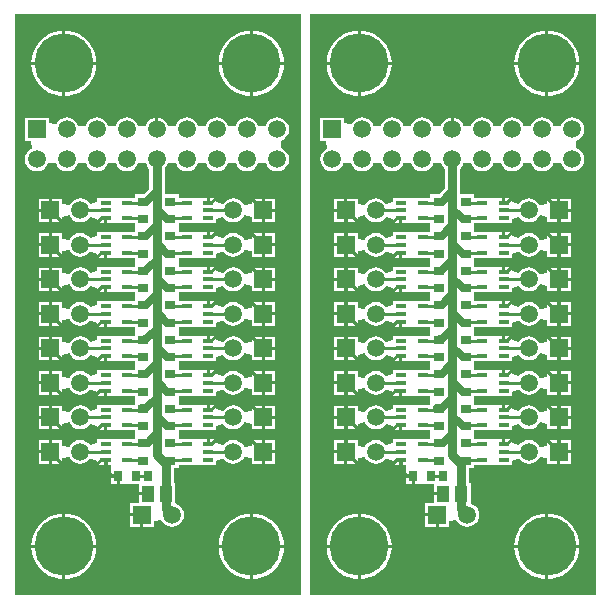
<source format=gtl>
%FSLAX24Y24*%
%MOIN*%
G70*
G01*
G75*
G04 Layer_Physical_Order=1*
G04 Layer_Color=255*
%ADD10R,0.0433X0.0551*%
%ADD11R,0.0354X0.0276*%
%ADD12R,0.0335X0.0138*%
%ADD13R,0.0276X0.0354*%
%ADD14C,0.0100*%
%ADD15C,0.0300*%
%ADD16C,0.0250*%
%ADD17R,0.0591X0.0591*%
%ADD18C,0.0591*%
%ADD19C,0.1969*%
G36*
X29584Y30416D02*
X20046D01*
Y49797D01*
X29584D01*
Y30416D01*
D02*
G37*
G36*
X19740D02*
X10203D01*
Y49797D01*
X19740D01*
Y30416D01*
D02*
G37*
%LPC*%
G36*
X18895Y36745D02*
X18550D01*
Y36400D01*
X18895D01*
Y36745D01*
D02*
G37*
G36*
X11350D02*
X11005D01*
Y36400D01*
X11350D01*
Y36745D01*
D02*
G37*
G36*
X28739Y36300D02*
X28393D01*
Y35955D01*
X28739D01*
Y36300D01*
D02*
G37*
G36*
X11350Y37450D02*
X11005D01*
Y37105D01*
X11350D01*
Y37450D01*
D02*
G37*
G36*
X28739Y36745D02*
X28393D01*
Y36400D01*
X28739D01*
Y36745D01*
D02*
G37*
G36*
X21193D02*
X20848D01*
Y36400D01*
X21193D01*
Y36745D01*
D02*
G37*
G36*
X28739Y35595D02*
X28393D01*
Y35250D01*
X28739D01*
Y35595D01*
D02*
G37*
G36*
X21193D02*
X20848D01*
Y35250D01*
X21193D01*
Y35595D01*
D02*
G37*
G36*
X18895D02*
X18550D01*
Y35250D01*
X18895D01*
Y35595D01*
D02*
G37*
G36*
X21193Y36300D02*
X20848D01*
Y35955D01*
X21193D01*
Y36300D01*
D02*
G37*
G36*
X18895D02*
X18550D01*
Y35955D01*
X18895D01*
Y36300D01*
D02*
G37*
G36*
X11350D02*
X11005D01*
Y35955D01*
X11350D01*
Y36300D01*
D02*
G37*
G36*
X18895Y37450D02*
X18550D01*
Y37105D01*
X18895D01*
Y37450D01*
D02*
G37*
G36*
X21193Y38600D02*
X20848D01*
Y38255D01*
X21193D01*
Y38600D01*
D02*
G37*
G36*
X18895D02*
X18550D01*
Y38255D01*
X18895D01*
Y38600D01*
D02*
G37*
G36*
X11350D02*
X11005D01*
Y38255D01*
X11350D01*
Y38600D01*
D02*
G37*
G36*
X18895Y39045D02*
X18550D01*
Y38700D01*
X18895D01*
Y39045D01*
D02*
G37*
G36*
X11350D02*
X11005D01*
Y38700D01*
X11350D01*
Y39045D01*
D02*
G37*
G36*
X28739Y38600D02*
X28393D01*
Y38255D01*
X28739D01*
Y38600D01*
D02*
G37*
G36*
X11350Y37895D02*
X11005D01*
Y37550D01*
X11350D01*
Y37895D01*
D02*
G37*
G36*
X28739Y37450D02*
X28393D01*
Y37105D01*
X28739D01*
Y37450D01*
D02*
G37*
G36*
X21193D02*
X20848D01*
Y37105D01*
X21193D01*
Y37450D01*
D02*
G37*
G36*
X28739Y37895D02*
X28393D01*
Y37550D01*
X28739D01*
Y37895D01*
D02*
G37*
G36*
X21193D02*
X20848D01*
Y37550D01*
X21193D01*
Y37895D01*
D02*
G37*
G36*
X18895D02*
X18550D01*
Y37550D01*
X18895D01*
Y37895D01*
D02*
G37*
G36*
X11800Y33134D02*
X11680Y33124D01*
X11514Y33084D01*
X11356Y33019D01*
X11211Y32930D01*
X11081Y32819D01*
X10970Y32689D01*
X10881Y32544D01*
X10816Y32386D01*
X10776Y32220D01*
X10766Y32100D01*
X11800D01*
Y33134D01*
D02*
G37*
G36*
X29027Y32000D02*
X27993D01*
Y30966D01*
X28113Y30976D01*
X28279Y31016D01*
X28437Y31081D01*
X28583Y31170D01*
X28712Y31281D01*
X28823Y31411D01*
X28912Y31556D01*
X28978Y31714D01*
X29018Y31880D01*
X29027Y32000D01*
D02*
G37*
G36*
X27893D02*
X26860D01*
X26869Y31880D01*
X26909Y31714D01*
X26974Y31556D01*
X27063Y31411D01*
X27174Y31281D01*
X27304Y31170D01*
X27450Y31081D01*
X27607Y31016D01*
X27773Y30976D01*
X27893Y30966D01*
Y32000D01*
D02*
G37*
G36*
X18150Y33134D02*
Y32100D01*
X19184D01*
X19174Y32220D01*
X19134Y32386D01*
X19069Y32544D01*
X18980Y32689D01*
X18869Y32819D01*
X18739Y32930D01*
X18594Y33019D01*
X18436Y33084D01*
X18270Y33124D01*
X18150Y33134D01*
D02*
G37*
G36*
X18050D02*
X17930Y33124D01*
X17764Y33084D01*
X17606Y33019D01*
X17461Y32930D01*
X17331Y32819D01*
X17220Y32689D01*
X17131Y32544D01*
X17066Y32386D01*
X17026Y32220D01*
X17016Y32100D01*
X18050D01*
Y33134D01*
D02*
G37*
G36*
X11900D02*
Y32100D01*
X12934D01*
X12924Y32220D01*
X12884Y32386D01*
X12819Y32544D01*
X12730Y32689D01*
X12619Y32819D01*
X12489Y32930D01*
X12344Y33019D01*
X12186Y33084D01*
X12020Y33124D01*
X11900Y33134D01*
D02*
G37*
G36*
X18050Y32000D02*
X17016D01*
X17026Y31880D01*
X17066Y31714D01*
X17131Y31556D01*
X17220Y31411D01*
X17331Y31281D01*
X17461Y31170D01*
X17606Y31081D01*
X17764Y31016D01*
X17930Y30976D01*
X18050Y30966D01*
Y32000D01*
D02*
G37*
G36*
X12934D02*
X11900D01*
Y30966D01*
X12020Y30976D01*
X12186Y31016D01*
X12344Y31081D01*
X12489Y31170D01*
X12619Y31281D01*
X12730Y31411D01*
X12819Y31556D01*
X12884Y31714D01*
X12924Y31880D01*
X12934Y32000D01*
D02*
G37*
G36*
X11800D02*
X10766D01*
X10776Y31880D01*
X10816Y31714D01*
X10881Y31556D01*
X10970Y31411D01*
X11081Y31281D01*
X11211Y31170D01*
X11356Y31081D01*
X11514Y31016D01*
X11680Y30976D01*
X11800Y30966D01*
Y32000D01*
D02*
G37*
G36*
X22777D02*
X21743D01*
Y30966D01*
X21863Y30976D01*
X22029Y31016D01*
X22187Y31081D01*
X22333Y31170D01*
X22462Y31281D01*
X22573Y31411D01*
X22662Y31556D01*
X22728Y31714D01*
X22768Y31880D01*
X22777Y32000D01*
D02*
G37*
G36*
X21643D02*
X20610D01*
X20619Y31880D01*
X20659Y31714D01*
X20724Y31556D01*
X20813Y31411D01*
X20924Y31281D01*
X21054Y31170D01*
X21200Y31081D01*
X21357Y31016D01*
X21523Y30976D01*
X21643Y30966D01*
Y32000D01*
D02*
G37*
G36*
X19184D02*
X18150D01*
Y30966D01*
X18270Y30976D01*
X18436Y31016D01*
X18594Y31081D01*
X18739Y31170D01*
X18869Y31281D01*
X18980Y31411D01*
X19069Y31556D01*
X19134Y31714D01*
X19174Y31880D01*
X19184Y32000D01*
D02*
G37*
G36*
X21643Y33134D02*
X21523Y33124D01*
X21357Y33084D01*
X21200Y33019D01*
X21054Y32930D01*
X20924Y32819D01*
X20813Y32689D01*
X20724Y32544D01*
X20659Y32386D01*
X20619Y32220D01*
X20610Y32100D01*
X21643D01*
Y33134D01*
D02*
G37*
G36*
X18895Y35150D02*
X18550D01*
Y34805D01*
X18895D01*
Y35150D01*
D02*
G37*
G36*
X11350D02*
X11005D01*
Y34805D01*
X11350D01*
Y35150D01*
D02*
G37*
G36*
X23448Y34350D02*
X23260D01*
Y34123D01*
X23448D01*
Y34350D01*
D02*
G37*
G36*
X11350Y35595D02*
X11005D01*
Y35250D01*
X11350D01*
Y35595D01*
D02*
G37*
G36*
X28739Y35150D02*
X28393D01*
Y34805D01*
X28739D01*
Y35150D01*
D02*
G37*
G36*
X21193D02*
X20848D01*
Y34805D01*
X21193D01*
Y35150D01*
D02*
G37*
G36*
X27993Y33134D02*
Y32100D01*
X29027D01*
X29018Y32220D01*
X28978Y32386D01*
X28912Y32544D01*
X28823Y32689D01*
X28712Y32819D01*
X28583Y32930D01*
X28437Y33019D01*
X28279Y33084D01*
X28113Y33124D01*
X27993Y33134D01*
D02*
G37*
G36*
X27893D02*
X27773Y33124D01*
X27607Y33084D01*
X27450Y33019D01*
X27304Y32930D01*
X27174Y32819D01*
X27063Y32689D01*
X26974Y32544D01*
X26909Y32386D01*
X26869Y32220D01*
X26860Y32100D01*
X27893D01*
Y33134D01*
D02*
G37*
G36*
X21743D02*
Y32100D01*
X22777D01*
X22768Y32220D01*
X22728Y32386D01*
X22662Y32544D01*
X22573Y32689D01*
X22462Y32819D01*
X22333Y32930D01*
X22187Y33019D01*
X22029Y33084D01*
X21863Y33124D01*
X21743Y33134D01*
D02*
G37*
G36*
X13605Y34350D02*
X13417D01*
Y34123D01*
X13605D01*
Y34350D01*
D02*
G37*
G36*
X24243Y33050D02*
X23898D01*
Y32705D01*
X24243D01*
Y33050D01*
D02*
G37*
G36*
X14400D02*
X14055D01*
Y32705D01*
X14400D01*
Y33050D01*
D02*
G37*
G36*
X28793Y46349D02*
X28690Y46335D01*
X28594Y46295D01*
X28511Y46232D01*
X28448Y46149D01*
X28418Y46078D01*
X28168D01*
X28139Y46149D01*
X28075Y46232D01*
X27993Y46295D01*
X27896Y46335D01*
X27793Y46349D01*
X27690Y46335D01*
X27594Y46295D01*
X27511Y46232D01*
X27448Y46149D01*
X27418Y46078D01*
X27168D01*
X27139Y46149D01*
X27075Y46232D01*
X26993Y46295D01*
X26896Y46335D01*
X26793Y46349D01*
X26690Y46335D01*
X26594Y46295D01*
X26511Y46232D01*
X26448Y46149D01*
X26418Y46078D01*
X26168D01*
X26139Y46149D01*
X26075Y46232D01*
X25993Y46295D01*
X25896Y46335D01*
X25793Y46349D01*
X25690Y46335D01*
X25594Y46295D01*
X25511Y46232D01*
X25448Y46149D01*
X25418Y46078D01*
X25168D01*
X25139Y46149D01*
X25075Y46232D01*
X24993Y46295D01*
X24896Y46335D01*
X24843Y46342D01*
Y45950D01*
X24743D01*
Y46342D01*
X24690Y46335D01*
X24594Y46295D01*
X24511Y46232D01*
X24448Y46149D01*
X24418Y46078D01*
X24168D01*
X24139Y46149D01*
X24075Y46232D01*
X23993Y46295D01*
X23896Y46335D01*
X23793Y46349D01*
X23690Y46335D01*
X23594Y46295D01*
X23511Y46232D01*
X23448Y46149D01*
X23418Y46078D01*
X23168D01*
X23139Y46149D01*
X23075Y46232D01*
X22993Y46295D01*
X22896Y46335D01*
X22793Y46349D01*
X22690Y46335D01*
X22594Y46295D01*
X22511Y46232D01*
X22448Y46149D01*
X22418Y46078D01*
X22168D01*
X22139Y46149D01*
X22075Y46232D01*
X21993Y46295D01*
X21896Y46335D01*
X21793Y46349D01*
X21690Y46335D01*
X21594Y46295D01*
X21511Y46232D01*
X21448Y46149D01*
X21434Y46115D01*
X21189Y46164D01*
Y46345D01*
X20398D01*
Y45555D01*
X20580D01*
X20628Y45310D01*
X20594Y45295D01*
X20511Y45232D01*
X20448Y45149D01*
X20408Y45053D01*
X20395Y44950D01*
X20408Y44847D01*
X20448Y44751D01*
X20511Y44668D01*
X20594Y44605D01*
X20690Y44565D01*
X20793Y44551D01*
X20896Y44565D01*
X20993Y44605D01*
X21075Y44668D01*
X21139Y44751D01*
X21168Y44822D01*
X21418D01*
X21448Y44751D01*
X21511Y44668D01*
X21594Y44605D01*
X21690Y44565D01*
X21793Y44551D01*
X21896Y44565D01*
X21993Y44605D01*
X22075Y44668D01*
X22139Y44751D01*
X22168Y44822D01*
X22418D01*
X22448Y44751D01*
X22511Y44668D01*
X22594Y44605D01*
X22690Y44565D01*
X22793Y44551D01*
X22896Y44565D01*
X22993Y44605D01*
X23075Y44668D01*
X23139Y44751D01*
X23168Y44822D01*
X23418D01*
X23448Y44751D01*
X23511Y44668D01*
X23594Y44605D01*
X23690Y44565D01*
X23793Y44551D01*
X23896Y44565D01*
X23993Y44605D01*
X24075Y44668D01*
X24139Y44751D01*
X24168Y44822D01*
X24418D01*
X24448Y44751D01*
X24511Y44668D01*
X24538Y44647D01*
Y43970D01*
X24352Y43783D01*
X24066D01*
Y43675D01*
X23540D01*
D01*
D01*
X23540Y43675D01*
X23346D01*
Y43675D01*
X22812D01*
Y43547D01*
X22575Y43467D01*
X22525Y43532D01*
X22443Y43595D01*
X22346Y43635D01*
X22243Y43649D01*
X22140Y43635D01*
X22044Y43595D01*
X21961Y43532D01*
X21898Y43449D01*
X21884Y43415D01*
X21639Y43464D01*
Y43645D01*
X21293D01*
Y43250D01*
Y42855D01*
X21639D01*
Y43036D01*
X21884Y43085D01*
X21898Y43051D01*
X21961Y42968D01*
X22044Y42905D01*
X22140Y42865D01*
X22243Y42851D01*
X22346Y42865D01*
X22443Y42905D01*
X22525Y42968D01*
X22575Y43033D01*
X22812Y42953D01*
Y42825D01*
X23029D01*
Y42994D01*
X23129D01*
Y42825D01*
X23346D01*
Y42825D01*
X23346D01*
X23346Y42825D01*
X23540D01*
Y42825D01*
X24066D01*
X24066Y42717D01*
X24066D01*
X24066Y42633D01*
D01*
X24066Y42525D01*
X23540D01*
D01*
D01*
X23540Y42525D01*
X23346D01*
Y42525D01*
X22812D01*
Y42397D01*
X22575Y42317D01*
X22525Y42382D01*
X22443Y42445D01*
X22346Y42485D01*
X22243Y42499D01*
X22140Y42485D01*
X22044Y42445D01*
X21961Y42382D01*
X21898Y42299D01*
X21884Y42265D01*
X21639Y42314D01*
Y42495D01*
X21293D01*
Y42100D01*
Y41705D01*
X21639D01*
Y41886D01*
X21884Y41935D01*
X21898Y41901D01*
X21961Y41818D01*
X22044Y41755D01*
X22140Y41715D01*
X22243Y41701D01*
X22346Y41715D01*
X22443Y41755D01*
X22525Y41818D01*
X22575Y41883D01*
X22812Y41803D01*
Y41675D01*
X23029D01*
Y41844D01*
X23129D01*
Y41675D01*
X23346D01*
Y41675D01*
X23346D01*
X23346Y41675D01*
X23540D01*
Y41675D01*
X24066D01*
X24066Y41567D01*
X24066D01*
X24066Y41483D01*
D01*
X24066Y41375D01*
X23540D01*
D01*
D01*
X23540Y41375D01*
X23346D01*
Y41375D01*
X22812D01*
Y41247D01*
X22575Y41167D01*
X22525Y41232D01*
X22443Y41295D01*
X22346Y41335D01*
X22243Y41349D01*
X22140Y41335D01*
X22044Y41295D01*
X21961Y41232D01*
X21898Y41149D01*
X21884Y41115D01*
X21639Y41164D01*
Y41345D01*
X21293D01*
Y40950D01*
Y40555D01*
X21639D01*
Y40736D01*
X21884Y40785D01*
X21898Y40751D01*
X21961Y40668D01*
X22044Y40605D01*
X22140Y40565D01*
X22243Y40551D01*
X22346Y40565D01*
X22443Y40605D01*
X22525Y40668D01*
X22575Y40733D01*
X22812Y40653D01*
Y40525D01*
X23029D01*
Y40694D01*
X23129D01*
Y40525D01*
X23346D01*
Y40525D01*
X23346D01*
X23346Y40525D01*
X23540D01*
Y40525D01*
X24066D01*
X24066Y40417D01*
X24066D01*
X24066Y40333D01*
D01*
X24066Y40225D01*
X23540D01*
D01*
D01*
X23540Y40225D01*
X23346D01*
Y40225D01*
X22812D01*
Y40097D01*
X22575Y40017D01*
X22525Y40082D01*
X22443Y40145D01*
X22346Y40185D01*
X22243Y40199D01*
X22140Y40185D01*
X22044Y40145D01*
X21961Y40082D01*
X21898Y39999D01*
X21884Y39965D01*
X21639Y40014D01*
Y40195D01*
X21293D01*
Y39800D01*
Y39405D01*
X21639D01*
Y39586D01*
X21884Y39635D01*
X21898Y39601D01*
X21961Y39518D01*
X22044Y39455D01*
X22140Y39415D01*
X22243Y39401D01*
X22346Y39415D01*
X22443Y39455D01*
X22525Y39518D01*
X22575Y39583D01*
X22812Y39503D01*
Y39375D01*
X23029D01*
Y39544D01*
X23129D01*
Y39375D01*
X23346D01*
Y39375D01*
X23346D01*
X23346Y39375D01*
X23540D01*
Y39375D01*
X24066D01*
X24066Y39267D01*
X24066D01*
X24066Y39183D01*
D01*
X24066Y39075D01*
X23540D01*
D01*
D01*
X23540Y39075D01*
X23346D01*
Y39075D01*
X22812D01*
Y38947D01*
X22575Y38867D01*
X22525Y38932D01*
X22443Y38995D01*
X22346Y39035D01*
X22243Y39049D01*
X22140Y39035D01*
X22044Y38995D01*
X21961Y38932D01*
X21898Y38849D01*
X21884Y38815D01*
X21639Y38864D01*
Y39045D01*
X21293D01*
Y38650D01*
Y38255D01*
X21639D01*
Y38436D01*
X21884Y38485D01*
X21898Y38451D01*
X21961Y38368D01*
X22044Y38305D01*
X22140Y38265D01*
X22243Y38251D01*
X22346Y38265D01*
X22443Y38305D01*
X22525Y38368D01*
X22575Y38433D01*
X22812Y38353D01*
Y38225D01*
X23029D01*
Y38394D01*
X23129D01*
Y38225D01*
X23346D01*
Y38225D01*
X23346D01*
X23346Y38225D01*
X23540D01*
Y38225D01*
X24066D01*
X24066Y38117D01*
X24066D01*
X24066Y38033D01*
D01*
X24066Y37925D01*
X23540D01*
D01*
D01*
X23540Y37925D01*
X23346D01*
Y37925D01*
X22812D01*
Y37797D01*
X22575Y37717D01*
X22525Y37782D01*
X22443Y37845D01*
X22346Y37885D01*
X22243Y37899D01*
X22140Y37885D01*
X22044Y37845D01*
X21961Y37782D01*
X21898Y37699D01*
X21884Y37665D01*
X21639Y37714D01*
Y37895D01*
X21293D01*
Y37500D01*
Y37105D01*
X21639D01*
Y37286D01*
X21884Y37335D01*
X21898Y37301D01*
X21961Y37218D01*
X22044Y37155D01*
X22140Y37115D01*
X22243Y37101D01*
X22346Y37115D01*
X22443Y37155D01*
X22525Y37218D01*
X22575Y37283D01*
X22812Y37203D01*
Y37075D01*
X23029D01*
Y37244D01*
X23129D01*
Y37075D01*
X23346D01*
Y37075D01*
X23346D01*
X23346Y37075D01*
X23540D01*
Y37075D01*
X24066D01*
X24066Y36967D01*
X24066D01*
X24066Y36883D01*
D01*
X24066Y36775D01*
X23540D01*
D01*
D01*
X23540Y36775D01*
X23346D01*
Y36775D01*
X22812D01*
Y36647D01*
X22575Y36567D01*
X22525Y36632D01*
X22443Y36695D01*
X22346Y36735D01*
X22243Y36749D01*
X22140Y36735D01*
X22044Y36695D01*
X21961Y36632D01*
X21898Y36549D01*
X21884Y36515D01*
X21639Y36564D01*
Y36745D01*
X21293D01*
Y36350D01*
Y35955D01*
X21639D01*
Y36136D01*
X21884Y36185D01*
X21898Y36151D01*
X21961Y36068D01*
X22044Y36005D01*
X22140Y35965D01*
X22243Y35951D01*
X22346Y35965D01*
X22443Y36005D01*
X22525Y36068D01*
X22575Y36133D01*
X22812Y36053D01*
Y35925D01*
X23029D01*
Y36094D01*
X23129D01*
Y35925D01*
X23346D01*
Y35925D01*
X23346D01*
X23346Y35925D01*
X23540D01*
Y35925D01*
X24066D01*
X24066Y35817D01*
X24066D01*
X24066Y35733D01*
D01*
X24066Y35625D01*
X23540D01*
D01*
D01*
X23540Y35625D01*
X23346D01*
Y35625D01*
X22812D01*
Y35497D01*
X22575Y35417D01*
X22525Y35482D01*
X22443Y35545D01*
X22346Y35585D01*
X22243Y35599D01*
X22140Y35585D01*
X22044Y35545D01*
X21961Y35482D01*
X21898Y35399D01*
X21884Y35365D01*
X21639Y35414D01*
Y35595D01*
X21293D01*
Y35200D01*
Y34805D01*
X21639D01*
Y34986D01*
X21884Y35035D01*
X21898Y35001D01*
X21961Y34918D01*
X22044Y34855D01*
X22140Y34815D01*
X22243Y34801D01*
X22346Y34815D01*
X22443Y34855D01*
X22525Y34918D01*
X22575Y34983D01*
X22812Y34903D01*
Y34775D01*
X23029D01*
Y34944D01*
X23129D01*
Y34775D01*
X23260D01*
Y34677D01*
X23260D01*
Y34450D01*
X23498D01*
Y34400D01*
X23548D01*
Y34123D01*
X23674D01*
Y34123D01*
X23674Y34123D01*
X23736Y34123D01*
X23793D01*
X23851D01*
X23913Y34123D01*
X23913Y34123D01*
Y34123D01*
X24181D01*
Y33850D01*
X24498D01*
Y33750D01*
X24181D01*
Y33495D01*
X23898D01*
Y33150D01*
X24293D01*
Y33100D01*
X24343D01*
Y32705D01*
X24689D01*
Y32886D01*
X24934Y32935D01*
X24948Y32901D01*
X25011Y32818D01*
X25094Y32755D01*
X25190Y32715D01*
X25293Y32701D01*
X25396Y32715D01*
X25493Y32755D01*
X25575Y32818D01*
X25639Y32901D01*
X25678Y32997D01*
X25692Y33100D01*
X25678Y33203D01*
X25639Y33299D01*
X25575Y33382D01*
X25493Y33445D01*
X25405Y33482D01*
Y34176D01*
X25348D01*
Y34667D01*
X25520D01*
Y34775D01*
X26046D01*
Y34775D01*
X26046D01*
X26046Y34775D01*
X26240D01*
Y34775D01*
X26775D01*
Y34903D01*
X27012Y34983D01*
X27061Y34918D01*
X27144Y34855D01*
X27240Y34815D01*
X27343Y34801D01*
X27446Y34815D01*
X27543Y34855D01*
X27625Y34918D01*
X27689Y35001D01*
X27703Y35035D01*
X27948Y34986D01*
Y34805D01*
X28293D01*
Y35200D01*
Y35595D01*
X27948D01*
Y35414D01*
X27703Y35365D01*
X27689Y35399D01*
X27625Y35482D01*
X27543Y35545D01*
X27446Y35585D01*
X27343Y35599D01*
X27240Y35585D01*
X27144Y35545D01*
X27061Y35482D01*
X27012Y35417D01*
X26775Y35497D01*
Y35625D01*
X26557D01*
Y35456D01*
X26457D01*
Y35625D01*
X26240D01*
D01*
D01*
X26240Y35625D01*
X26046D01*
Y35625D01*
X25520D01*
X25520Y35733D01*
D01*
Y35817D01*
D01*
X25520Y35925D01*
X26046D01*
Y35925D01*
X26046D01*
X26046Y35925D01*
X26240D01*
Y35925D01*
X26775D01*
Y36053D01*
X27012Y36133D01*
X27061Y36068D01*
X27144Y36005D01*
X27240Y35965D01*
X27343Y35951D01*
X27446Y35965D01*
X27543Y36005D01*
X27625Y36068D01*
X27689Y36151D01*
X27703Y36185D01*
X27948Y36136D01*
Y35955D01*
X28293D01*
Y36350D01*
Y36745D01*
X27948D01*
Y36564D01*
X27703Y36515D01*
X27689Y36549D01*
X27625Y36632D01*
X27543Y36695D01*
X27446Y36735D01*
X27343Y36749D01*
X27240Y36735D01*
X27144Y36695D01*
X27061Y36632D01*
X27012Y36567D01*
X26775Y36647D01*
Y36775D01*
X26557D01*
Y36606D01*
X26457D01*
Y36775D01*
X26240D01*
D01*
D01*
X26240Y36775D01*
X26046D01*
Y36775D01*
X25520D01*
X25520Y36883D01*
D01*
Y36967D01*
D01*
X25520Y37075D01*
X26046D01*
Y37075D01*
X26046D01*
X26046Y37075D01*
X26240D01*
Y37075D01*
X26775D01*
Y37203D01*
X27012Y37283D01*
X27061Y37218D01*
X27144Y37155D01*
X27240Y37115D01*
X27343Y37101D01*
X27446Y37115D01*
X27543Y37155D01*
X27625Y37218D01*
X27689Y37301D01*
X27703Y37335D01*
X27948Y37286D01*
Y37105D01*
X28293D01*
Y37500D01*
Y37895D01*
X27948D01*
Y37714D01*
X27703Y37665D01*
X27689Y37699D01*
X27625Y37782D01*
X27543Y37845D01*
X27446Y37885D01*
X27343Y37899D01*
X27240Y37885D01*
X27144Y37845D01*
X27061Y37782D01*
X27012Y37717D01*
X26775Y37797D01*
Y37925D01*
X26557D01*
Y37756D01*
X26457D01*
Y37925D01*
X26240D01*
D01*
D01*
X26240Y37925D01*
X26046D01*
Y37925D01*
X25520D01*
X25520Y38033D01*
D01*
Y38117D01*
D01*
X25520Y38225D01*
X26046D01*
Y38225D01*
X26046D01*
X26046Y38225D01*
X26240D01*
Y38225D01*
X26775D01*
Y38353D01*
X27012Y38433D01*
X27061Y38368D01*
X27144Y38305D01*
X27240Y38265D01*
X27343Y38251D01*
X27446Y38265D01*
X27543Y38305D01*
X27625Y38368D01*
X27689Y38451D01*
X27703Y38485D01*
X27948Y38436D01*
Y38255D01*
X28293D01*
Y38650D01*
Y39045D01*
X27948D01*
Y38864D01*
X27703Y38815D01*
X27689Y38849D01*
X27625Y38932D01*
X27543Y38995D01*
X27446Y39035D01*
X27343Y39049D01*
X27240Y39035D01*
X27144Y38995D01*
X27061Y38932D01*
X27012Y38867D01*
X26775Y38947D01*
Y39075D01*
X26557D01*
Y38906D01*
X26457D01*
Y39075D01*
X26240D01*
D01*
D01*
X26240Y39075D01*
X26046D01*
Y39075D01*
X25520D01*
X25520Y39183D01*
D01*
Y39267D01*
D01*
X25520Y39375D01*
X26046D01*
Y39375D01*
X26046D01*
X26046Y39375D01*
X26240D01*
Y39375D01*
X26775D01*
Y39503D01*
X27012Y39583D01*
X27061Y39518D01*
X27144Y39455D01*
X27240Y39415D01*
X27343Y39401D01*
X27446Y39415D01*
X27543Y39455D01*
X27625Y39518D01*
X27689Y39601D01*
X27703Y39635D01*
X27948Y39586D01*
Y39405D01*
X28293D01*
Y39800D01*
Y40195D01*
X27948D01*
Y40014D01*
X27703Y39965D01*
X27689Y39999D01*
X27625Y40082D01*
X27543Y40145D01*
X27446Y40185D01*
X27343Y40199D01*
X27240Y40185D01*
X27144Y40145D01*
X27061Y40082D01*
X27012Y40017D01*
X26775Y40097D01*
Y40225D01*
X26557D01*
Y40056D01*
X26457D01*
Y40225D01*
X26240D01*
D01*
D01*
X26240Y40225D01*
X26046D01*
Y40225D01*
X25520D01*
X25520Y40333D01*
D01*
Y40417D01*
D01*
X25520Y40525D01*
X26046D01*
Y40525D01*
X26046D01*
X26046Y40525D01*
X26240D01*
Y40525D01*
X26775D01*
Y40653D01*
X27012Y40733D01*
X27061Y40668D01*
X27144Y40605D01*
X27240Y40565D01*
X27343Y40551D01*
X27446Y40565D01*
X27543Y40605D01*
X27625Y40668D01*
X27689Y40751D01*
X27703Y40785D01*
X27948Y40736D01*
Y40555D01*
X28293D01*
Y40950D01*
Y41345D01*
X27948D01*
Y41164D01*
X27703Y41115D01*
X27689Y41149D01*
X27625Y41232D01*
X27543Y41295D01*
X27446Y41335D01*
X27343Y41349D01*
X27240Y41335D01*
X27144Y41295D01*
X27061Y41232D01*
X27012Y41167D01*
X26775Y41247D01*
Y41375D01*
X26557D01*
Y41206D01*
X26457D01*
Y41375D01*
X26240D01*
D01*
D01*
X26240Y41375D01*
X26046D01*
Y41375D01*
X25520D01*
X25520Y41483D01*
D01*
Y41567D01*
D01*
X25520Y41675D01*
X26046D01*
Y41675D01*
X26046D01*
X26046Y41675D01*
X26240D01*
Y41675D01*
X26775D01*
Y41803D01*
X27012Y41883D01*
X27061Y41818D01*
X27144Y41755D01*
X27240Y41715D01*
X27343Y41701D01*
X27446Y41715D01*
X27543Y41755D01*
X27625Y41818D01*
X27689Y41901D01*
X27703Y41935D01*
X27948Y41886D01*
Y41705D01*
X28293D01*
Y42100D01*
Y42495D01*
X27948D01*
Y42314D01*
X27703Y42265D01*
X27689Y42299D01*
X27625Y42382D01*
X27543Y42445D01*
X27446Y42485D01*
X27343Y42499D01*
X27240Y42485D01*
X27144Y42445D01*
X27061Y42382D01*
X27012Y42317D01*
X26775Y42397D01*
Y42525D01*
X26557D01*
Y42356D01*
X26457D01*
Y42525D01*
X26240D01*
D01*
D01*
X26240Y42525D01*
X26046D01*
Y42525D01*
X25520D01*
X25520Y42633D01*
D01*
Y42717D01*
D01*
X25520Y42825D01*
X26046D01*
Y42825D01*
X26046D01*
X26046Y42825D01*
X26240D01*
Y42825D01*
X26775D01*
Y42953D01*
X27012Y43033D01*
X27061Y42968D01*
X27144Y42905D01*
X27240Y42865D01*
X27343Y42851D01*
X27446Y42865D01*
X27543Y42905D01*
X27625Y42968D01*
X27689Y43051D01*
X27703Y43085D01*
X27948Y43036D01*
Y42855D01*
X28293D01*
Y43250D01*
Y43645D01*
X27948D01*
Y43464D01*
X27703Y43415D01*
X27689Y43449D01*
X27625Y43532D01*
X27543Y43595D01*
X27446Y43635D01*
X27343Y43649D01*
X27240Y43635D01*
X27144Y43595D01*
X27061Y43532D01*
X27012Y43467D01*
X26775Y43547D01*
Y43675D01*
X26557D01*
Y43506D01*
X26457D01*
Y43675D01*
X26240D01*
D01*
D01*
X26240Y43675D01*
X26046D01*
Y43675D01*
X25520D01*
Y43783D01*
X25048D01*
Y43900D01*
Y44647D01*
X25075Y44668D01*
X25139Y44751D01*
X25168Y44822D01*
X25418D01*
X25448Y44751D01*
X25511Y44668D01*
X25594Y44605D01*
X25690Y44565D01*
X25793Y44551D01*
X25896Y44565D01*
X25993Y44605D01*
X26075Y44668D01*
X26139Y44751D01*
X26168Y44822D01*
X26418D01*
X26448Y44751D01*
X26511Y44668D01*
X26594Y44605D01*
X26690Y44565D01*
X26793Y44551D01*
X26896Y44565D01*
X26993Y44605D01*
X27075Y44668D01*
X27139Y44751D01*
X27168Y44822D01*
X27418D01*
X27448Y44751D01*
X27511Y44668D01*
X27594Y44605D01*
X27690Y44565D01*
X27793Y44551D01*
X27896Y44565D01*
X27993Y44605D01*
X28075Y44668D01*
X28139Y44751D01*
X28168Y44822D01*
X28418D01*
X28448Y44751D01*
X28511Y44668D01*
X28594Y44605D01*
X28690Y44565D01*
X28793Y44551D01*
X28896Y44565D01*
X28993Y44605D01*
X29075Y44668D01*
X29139Y44751D01*
X29178Y44847D01*
X29192Y44950D01*
X29178Y45053D01*
X29139Y45149D01*
X29075Y45232D01*
X28993Y45295D01*
X28921Y45325D01*
Y45575D01*
X28993Y45605D01*
X29075Y45668D01*
X29139Y45751D01*
X29178Y45847D01*
X29192Y45950D01*
X29178Y46053D01*
X29139Y46149D01*
X29075Y46232D01*
X28993Y46295D01*
X28896Y46335D01*
X28793Y46349D01*
D02*
G37*
G36*
X18950D02*
X18847Y46335D01*
X18751Y46295D01*
X18668Y46232D01*
X18605Y46149D01*
X18575Y46078D01*
X18325D01*
X18295Y46149D01*
X18232Y46232D01*
X18149Y46295D01*
X18053Y46335D01*
X17950Y46349D01*
X17847Y46335D01*
X17751Y46295D01*
X17668Y46232D01*
X17605Y46149D01*
X17575Y46078D01*
X17325D01*
X17295Y46149D01*
X17232Y46232D01*
X17149Y46295D01*
X17053Y46335D01*
X16950Y46349D01*
X16847Y46335D01*
X16751Y46295D01*
X16668Y46232D01*
X16605Y46149D01*
X16575Y46078D01*
X16325D01*
X16295Y46149D01*
X16232Y46232D01*
X16149Y46295D01*
X16053Y46335D01*
X15950Y46349D01*
X15847Y46335D01*
X15751Y46295D01*
X15668Y46232D01*
X15605Y46149D01*
X15575Y46078D01*
X15325D01*
X15295Y46149D01*
X15232Y46232D01*
X15149Y46295D01*
X15053Y46335D01*
X15000Y46342D01*
Y45950D01*
X14900D01*
Y46342D01*
X14847Y46335D01*
X14751Y46295D01*
X14668Y46232D01*
X14605Y46149D01*
X14575Y46078D01*
X14325D01*
X14295Y46149D01*
X14232Y46232D01*
X14149Y46295D01*
X14053Y46335D01*
X13950Y46349D01*
X13847Y46335D01*
X13751Y46295D01*
X13668Y46232D01*
X13605Y46149D01*
X13575Y46078D01*
X13325D01*
X13295Y46149D01*
X13232Y46232D01*
X13149Y46295D01*
X13053Y46335D01*
X12950Y46349D01*
X12847Y46335D01*
X12751Y46295D01*
X12668Y46232D01*
X12605Y46149D01*
X12575Y46078D01*
X12325D01*
X12295Y46149D01*
X12232Y46232D01*
X12149Y46295D01*
X12053Y46335D01*
X11950Y46349D01*
X11847Y46335D01*
X11751Y46295D01*
X11668Y46232D01*
X11605Y46149D01*
X11590Y46115D01*
X11345Y46164D01*
Y46345D01*
X10555D01*
Y45555D01*
X10736D01*
X10785Y45310D01*
X10751Y45295D01*
X10668Y45232D01*
X10605Y45149D01*
X10565Y45053D01*
X10551Y44950D01*
X10565Y44847D01*
X10605Y44751D01*
X10668Y44668D01*
X10751Y44605D01*
X10847Y44565D01*
X10950Y44551D01*
X11053Y44565D01*
X11149Y44605D01*
X11232Y44668D01*
X11295Y44751D01*
X11325Y44822D01*
X11575D01*
X11605Y44751D01*
X11668Y44668D01*
X11751Y44605D01*
X11847Y44565D01*
X11950Y44551D01*
X12053Y44565D01*
X12149Y44605D01*
X12232Y44668D01*
X12295Y44751D01*
X12325Y44822D01*
X12575D01*
X12605Y44751D01*
X12668Y44668D01*
X12751Y44605D01*
X12847Y44565D01*
X12950Y44551D01*
X13053Y44565D01*
X13149Y44605D01*
X13232Y44668D01*
X13295Y44751D01*
X13325Y44822D01*
X13575D01*
X13605Y44751D01*
X13668Y44668D01*
X13751Y44605D01*
X13847Y44565D01*
X13950Y44551D01*
X14053Y44565D01*
X14149Y44605D01*
X14232Y44668D01*
X14295Y44751D01*
X14325Y44822D01*
X14575D01*
X14605Y44751D01*
X14668Y44668D01*
X14695Y44647D01*
Y43970D01*
X14509Y43783D01*
X14223D01*
Y43675D01*
X13697D01*
D01*
D01*
X13697Y43675D01*
X13503D01*
Y43675D01*
X12968D01*
Y43547D01*
X12732Y43467D01*
X12682Y43532D01*
X12599Y43595D01*
X12503Y43635D01*
X12400Y43649D01*
X12297Y43635D01*
X12201Y43595D01*
X12118Y43532D01*
X12055Y43449D01*
X12040Y43415D01*
X11795Y43464D01*
Y43645D01*
X11450D01*
Y43250D01*
Y42855D01*
X11795D01*
Y43036D01*
X12040Y43085D01*
X12055Y43051D01*
X12118Y42968D01*
X12201Y42905D01*
X12297Y42865D01*
X12400Y42851D01*
X12503Y42865D01*
X12599Y42905D01*
X12682Y42968D01*
X12732Y43033D01*
X12968Y42953D01*
Y42825D01*
X13186D01*
Y42994D01*
X13286D01*
Y42825D01*
X13503D01*
Y42825D01*
X13503D01*
X13503Y42825D01*
X13697D01*
Y42825D01*
X14223D01*
X14223Y42717D01*
X14223D01*
X14223Y42633D01*
D01*
X14223Y42525D01*
X13697D01*
D01*
D01*
X13697Y42525D01*
X13503D01*
Y42525D01*
X12968D01*
Y42397D01*
X12732Y42317D01*
X12682Y42382D01*
X12599Y42445D01*
X12503Y42485D01*
X12400Y42499D01*
X12297Y42485D01*
X12201Y42445D01*
X12118Y42382D01*
X12055Y42299D01*
X12040Y42265D01*
X11795Y42314D01*
Y42495D01*
X11450D01*
Y42100D01*
Y41705D01*
X11795D01*
Y41886D01*
X12040Y41935D01*
X12055Y41901D01*
X12118Y41818D01*
X12201Y41755D01*
X12297Y41715D01*
X12400Y41701D01*
X12503Y41715D01*
X12599Y41755D01*
X12682Y41818D01*
X12732Y41883D01*
X12968Y41803D01*
Y41675D01*
X13186D01*
Y41844D01*
X13286D01*
Y41675D01*
X13503D01*
Y41675D01*
X13503D01*
X13503Y41675D01*
X13697D01*
Y41675D01*
X14223D01*
X14223Y41567D01*
X14223D01*
X14223Y41483D01*
D01*
X14223Y41375D01*
X13697D01*
D01*
D01*
X13697Y41375D01*
X13503D01*
Y41375D01*
X12968D01*
Y41247D01*
X12732Y41167D01*
X12682Y41232D01*
X12599Y41295D01*
X12503Y41335D01*
X12400Y41349D01*
X12297Y41335D01*
X12201Y41295D01*
X12118Y41232D01*
X12055Y41149D01*
X12040Y41115D01*
X11795Y41164D01*
Y41345D01*
X11450D01*
Y40950D01*
Y40555D01*
X11795D01*
Y40736D01*
X12040Y40785D01*
X12055Y40751D01*
X12118Y40668D01*
X12201Y40605D01*
X12297Y40565D01*
X12400Y40551D01*
X12503Y40565D01*
X12599Y40605D01*
X12682Y40668D01*
X12732Y40733D01*
X12968Y40653D01*
Y40525D01*
X13186D01*
Y40694D01*
X13286D01*
Y40525D01*
X13503D01*
Y40525D01*
X13503D01*
X13503Y40525D01*
X13697D01*
Y40525D01*
X14223D01*
X14223Y40417D01*
X14223D01*
X14223Y40333D01*
D01*
X14223Y40225D01*
X13697D01*
D01*
D01*
X13697Y40225D01*
X13503D01*
Y40225D01*
X12968D01*
Y40097D01*
X12732Y40017D01*
X12682Y40082D01*
X12599Y40145D01*
X12503Y40185D01*
X12400Y40199D01*
X12297Y40185D01*
X12201Y40145D01*
X12118Y40082D01*
X12055Y39999D01*
X12040Y39965D01*
X11795Y40014D01*
Y40195D01*
X11450D01*
Y39800D01*
Y39405D01*
X11795D01*
Y39586D01*
X12040Y39635D01*
X12055Y39601D01*
X12118Y39518D01*
X12201Y39455D01*
X12297Y39415D01*
X12400Y39401D01*
X12503Y39415D01*
X12599Y39455D01*
X12682Y39518D01*
X12732Y39583D01*
X12968Y39503D01*
Y39375D01*
X13186D01*
Y39544D01*
X13286D01*
Y39375D01*
X13503D01*
Y39375D01*
X13503D01*
X13503Y39375D01*
X13697D01*
Y39375D01*
X14223D01*
X14223Y39267D01*
X14223D01*
X14223Y39183D01*
D01*
X14223Y39075D01*
X13697D01*
D01*
D01*
X13697Y39075D01*
X13503D01*
Y39075D01*
X12968D01*
Y38947D01*
X12732Y38867D01*
X12682Y38932D01*
X12599Y38995D01*
X12503Y39035D01*
X12400Y39049D01*
X12297Y39035D01*
X12201Y38995D01*
X12118Y38932D01*
X12055Y38849D01*
X12040Y38815D01*
X11795Y38864D01*
Y39045D01*
X11450D01*
Y38650D01*
Y38255D01*
X11795D01*
Y38436D01*
X12040Y38485D01*
X12055Y38451D01*
X12118Y38368D01*
X12201Y38305D01*
X12297Y38265D01*
X12400Y38251D01*
X12503Y38265D01*
X12599Y38305D01*
X12682Y38368D01*
X12732Y38433D01*
X12968Y38353D01*
Y38225D01*
X13186D01*
Y38394D01*
X13286D01*
Y38225D01*
X13503D01*
Y38225D01*
X13503D01*
X13503Y38225D01*
X13697D01*
Y38225D01*
X14223D01*
X14223Y38117D01*
X14223D01*
X14223Y38033D01*
D01*
X14223Y37925D01*
X13697D01*
D01*
D01*
X13697Y37925D01*
X13503D01*
Y37925D01*
X12968D01*
Y37797D01*
X12732Y37717D01*
X12682Y37782D01*
X12599Y37845D01*
X12503Y37885D01*
X12400Y37899D01*
X12297Y37885D01*
X12201Y37845D01*
X12118Y37782D01*
X12055Y37699D01*
X12040Y37665D01*
X11795Y37714D01*
Y37895D01*
X11450D01*
Y37500D01*
Y37105D01*
X11795D01*
Y37286D01*
X12040Y37335D01*
X12055Y37301D01*
X12118Y37218D01*
X12201Y37155D01*
X12297Y37115D01*
X12400Y37101D01*
X12503Y37115D01*
X12599Y37155D01*
X12682Y37218D01*
X12732Y37283D01*
X12968Y37203D01*
Y37075D01*
X13186D01*
Y37244D01*
X13286D01*
Y37075D01*
X13503D01*
Y37075D01*
X13503D01*
X13503Y37075D01*
X13697D01*
Y37075D01*
X14223D01*
X14223Y36967D01*
X14223D01*
X14223Y36883D01*
D01*
X14223Y36775D01*
X13697D01*
D01*
D01*
X13697Y36775D01*
X13503D01*
Y36775D01*
X12968D01*
Y36647D01*
X12732Y36567D01*
X12682Y36632D01*
X12599Y36695D01*
X12503Y36735D01*
X12400Y36749D01*
X12297Y36735D01*
X12201Y36695D01*
X12118Y36632D01*
X12055Y36549D01*
X12040Y36515D01*
X11795Y36564D01*
Y36745D01*
X11450D01*
Y36350D01*
Y35955D01*
X11795D01*
Y36136D01*
X12040Y36185D01*
X12055Y36151D01*
X12118Y36068D01*
X12201Y36005D01*
X12297Y35965D01*
X12400Y35951D01*
X12503Y35965D01*
X12599Y36005D01*
X12682Y36068D01*
X12732Y36133D01*
X12968Y36053D01*
Y35925D01*
X13186D01*
Y36094D01*
X13286D01*
Y35925D01*
X13503D01*
Y35925D01*
X13503D01*
X13503Y35925D01*
X13697D01*
Y35925D01*
X14223D01*
X14223Y35817D01*
X14223D01*
X14223Y35733D01*
D01*
X14223Y35625D01*
X13697D01*
D01*
D01*
X13697Y35625D01*
X13503D01*
Y35625D01*
X12968D01*
Y35497D01*
X12732Y35417D01*
X12682Y35482D01*
X12599Y35545D01*
X12503Y35585D01*
X12400Y35599D01*
X12297Y35585D01*
X12201Y35545D01*
X12118Y35482D01*
X12055Y35399D01*
X12040Y35365D01*
X11795Y35414D01*
Y35595D01*
X11450D01*
Y35200D01*
Y34805D01*
X11795D01*
Y34986D01*
X12040Y35035D01*
X12055Y35001D01*
X12118Y34918D01*
X12201Y34855D01*
X12297Y34815D01*
X12400Y34801D01*
X12503Y34815D01*
X12599Y34855D01*
X12682Y34918D01*
X12732Y34983D01*
X12968Y34903D01*
Y34775D01*
X13186D01*
Y34944D01*
X13286D01*
Y34775D01*
X13417D01*
Y34677D01*
X13417D01*
Y34450D01*
X13655D01*
Y34400D01*
X13705D01*
Y34123D01*
X13831D01*
Y34123D01*
X13831Y34123D01*
X13893Y34123D01*
X13950D01*
X14007D01*
X14069Y34123D01*
X14069Y34123D01*
Y34123D01*
X14338D01*
Y33850D01*
X14655D01*
Y33750D01*
X14338D01*
Y33495D01*
X14055D01*
Y33150D01*
X14450D01*
Y33100D01*
X14500D01*
Y32705D01*
X14845D01*
Y32886D01*
X15090Y32935D01*
X15105Y32901D01*
X15168Y32818D01*
X15251Y32755D01*
X15347Y32715D01*
X15450Y32701D01*
X15553Y32715D01*
X15649Y32755D01*
X15732Y32818D01*
X15795Y32901D01*
X15835Y32997D01*
X15849Y33100D01*
X15835Y33203D01*
X15795Y33299D01*
X15732Y33382D01*
X15649Y33445D01*
X15562Y33482D01*
Y34176D01*
X15505D01*
Y34667D01*
X15677D01*
Y34775D01*
X16203D01*
Y34775D01*
X16203D01*
X16203Y34775D01*
X16397D01*
Y34775D01*
X16932D01*
Y34903D01*
X17168Y34983D01*
X17218Y34918D01*
X17301Y34855D01*
X17397Y34815D01*
X17500Y34801D01*
X17603Y34815D01*
X17699Y34855D01*
X17782Y34918D01*
X17845Y35001D01*
X17860Y35035D01*
X18105Y34986D01*
Y34805D01*
X18450D01*
Y35200D01*
Y35595D01*
X18105D01*
Y35414D01*
X17860Y35365D01*
X17845Y35399D01*
X17782Y35482D01*
X17699Y35545D01*
X17603Y35585D01*
X17500Y35599D01*
X17397Y35585D01*
X17301Y35545D01*
X17218Y35482D01*
X17168Y35417D01*
X16932Y35497D01*
Y35625D01*
X16714D01*
Y35456D01*
X16614D01*
Y35625D01*
X16397D01*
D01*
D01*
X16397Y35625D01*
X16203D01*
Y35625D01*
X15677D01*
X15677Y35733D01*
D01*
Y35817D01*
D01*
X15677Y35925D01*
X16203D01*
Y35925D01*
X16203D01*
X16203Y35925D01*
X16397D01*
Y35925D01*
X16932D01*
Y36053D01*
X17168Y36133D01*
X17218Y36068D01*
X17301Y36005D01*
X17397Y35965D01*
X17500Y35951D01*
X17603Y35965D01*
X17699Y36005D01*
X17782Y36068D01*
X17845Y36151D01*
X17860Y36185D01*
X18105Y36136D01*
Y35955D01*
X18450D01*
Y36350D01*
Y36745D01*
X18105D01*
Y36564D01*
X17860Y36515D01*
X17845Y36549D01*
X17782Y36632D01*
X17699Y36695D01*
X17603Y36735D01*
X17500Y36749D01*
X17397Y36735D01*
X17301Y36695D01*
X17218Y36632D01*
X17168Y36567D01*
X16932Y36647D01*
Y36775D01*
X16714D01*
Y36606D01*
X16614D01*
Y36775D01*
X16397D01*
D01*
D01*
X16397Y36775D01*
X16203D01*
Y36775D01*
X15677D01*
X15677Y36883D01*
D01*
Y36967D01*
D01*
X15677Y37075D01*
X16203D01*
Y37075D01*
X16203D01*
X16203Y37075D01*
X16397D01*
Y37075D01*
X16932D01*
Y37203D01*
X17168Y37283D01*
X17218Y37218D01*
X17301Y37155D01*
X17397Y37115D01*
X17500Y37101D01*
X17603Y37115D01*
X17699Y37155D01*
X17782Y37218D01*
X17845Y37301D01*
X17860Y37335D01*
X18105Y37286D01*
Y37105D01*
X18450D01*
Y37500D01*
Y37895D01*
X18105D01*
Y37714D01*
X17860Y37665D01*
X17845Y37699D01*
X17782Y37782D01*
X17699Y37845D01*
X17603Y37885D01*
X17500Y37899D01*
X17397Y37885D01*
X17301Y37845D01*
X17218Y37782D01*
X17168Y37717D01*
X16932Y37797D01*
Y37925D01*
X16714D01*
Y37756D01*
X16614D01*
Y37925D01*
X16397D01*
D01*
D01*
X16397Y37925D01*
X16203D01*
Y37925D01*
X15677D01*
X15677Y38033D01*
D01*
Y38117D01*
D01*
X15677Y38225D01*
X16203D01*
Y38225D01*
X16203D01*
X16203Y38225D01*
X16397D01*
Y38225D01*
X16932D01*
Y38353D01*
X17168Y38433D01*
X17218Y38368D01*
X17301Y38305D01*
X17397Y38265D01*
X17500Y38251D01*
X17603Y38265D01*
X17699Y38305D01*
X17782Y38368D01*
X17845Y38451D01*
X17860Y38485D01*
X18105Y38436D01*
Y38255D01*
X18450D01*
Y38650D01*
Y39045D01*
X18105D01*
Y38864D01*
X17860Y38815D01*
X17845Y38849D01*
X17782Y38932D01*
X17699Y38995D01*
X17603Y39035D01*
X17500Y39049D01*
X17397Y39035D01*
X17301Y38995D01*
X17218Y38932D01*
X17168Y38867D01*
X16932Y38947D01*
Y39075D01*
X16714D01*
Y38906D01*
X16614D01*
Y39075D01*
X16397D01*
D01*
D01*
X16397Y39075D01*
X16203D01*
Y39075D01*
X15677D01*
X15677Y39183D01*
D01*
Y39267D01*
D01*
X15677Y39375D01*
X16203D01*
Y39375D01*
X16203D01*
X16203Y39375D01*
X16397D01*
Y39375D01*
X16932D01*
Y39503D01*
X17168Y39583D01*
X17218Y39518D01*
X17301Y39455D01*
X17397Y39415D01*
X17500Y39401D01*
X17603Y39415D01*
X17699Y39455D01*
X17782Y39518D01*
X17845Y39601D01*
X17860Y39635D01*
X18105Y39586D01*
Y39405D01*
X18450D01*
Y39800D01*
Y40195D01*
X18105D01*
Y40014D01*
X17860Y39965D01*
X17845Y39999D01*
X17782Y40082D01*
X17699Y40145D01*
X17603Y40185D01*
X17500Y40199D01*
X17397Y40185D01*
X17301Y40145D01*
X17218Y40082D01*
X17168Y40017D01*
X16932Y40097D01*
Y40225D01*
X16714D01*
Y40056D01*
X16614D01*
Y40225D01*
X16397D01*
D01*
D01*
X16397Y40225D01*
X16203D01*
Y40225D01*
X15677D01*
X15677Y40333D01*
D01*
Y40417D01*
D01*
X15677Y40525D01*
X16203D01*
Y40525D01*
X16203D01*
X16203Y40525D01*
X16397D01*
Y40525D01*
X16932D01*
Y40653D01*
X17168Y40733D01*
X17218Y40668D01*
X17301Y40605D01*
X17397Y40565D01*
X17500Y40551D01*
X17603Y40565D01*
X17699Y40605D01*
X17782Y40668D01*
X17845Y40751D01*
X17860Y40785D01*
X18105Y40736D01*
Y40555D01*
X18450D01*
Y40950D01*
Y41345D01*
X18105D01*
Y41164D01*
X17860Y41115D01*
X17845Y41149D01*
X17782Y41232D01*
X17699Y41295D01*
X17603Y41335D01*
X17500Y41349D01*
X17397Y41335D01*
X17301Y41295D01*
X17218Y41232D01*
X17168Y41167D01*
X16932Y41247D01*
Y41375D01*
X16714D01*
Y41206D01*
X16614D01*
Y41375D01*
X16397D01*
D01*
D01*
X16397Y41375D01*
X16203D01*
Y41375D01*
X15677D01*
X15677Y41483D01*
D01*
Y41567D01*
D01*
X15677Y41675D01*
X16203D01*
Y41675D01*
X16203D01*
X16203Y41675D01*
X16397D01*
Y41675D01*
X16932D01*
Y41803D01*
X17168Y41883D01*
X17218Y41818D01*
X17301Y41755D01*
X17397Y41715D01*
X17500Y41701D01*
X17603Y41715D01*
X17699Y41755D01*
X17782Y41818D01*
X17845Y41901D01*
X17860Y41935D01*
X18105Y41886D01*
Y41705D01*
X18450D01*
Y42100D01*
Y42495D01*
X18105D01*
Y42314D01*
X17860Y42265D01*
X17845Y42299D01*
X17782Y42382D01*
X17699Y42445D01*
X17603Y42485D01*
X17500Y42499D01*
X17397Y42485D01*
X17301Y42445D01*
X17218Y42382D01*
X17168Y42317D01*
X16932Y42397D01*
Y42525D01*
X16714D01*
Y42356D01*
X16614D01*
Y42525D01*
X16397D01*
D01*
D01*
X16397Y42525D01*
X16203D01*
Y42525D01*
X15677D01*
X15677Y42633D01*
D01*
Y42717D01*
D01*
X15677Y42825D01*
X16203D01*
Y42825D01*
X16203D01*
X16203Y42825D01*
X16397D01*
Y42825D01*
X16932D01*
Y42953D01*
X17168Y43033D01*
X17218Y42968D01*
X17301Y42905D01*
X17397Y42865D01*
X17500Y42851D01*
X17603Y42865D01*
X17699Y42905D01*
X17782Y42968D01*
X17845Y43051D01*
X17860Y43085D01*
X18105Y43036D01*
Y42855D01*
X18450D01*
Y43250D01*
Y43645D01*
X18105D01*
Y43464D01*
X17860Y43415D01*
X17845Y43449D01*
X17782Y43532D01*
X17699Y43595D01*
X17603Y43635D01*
X17500Y43649D01*
X17397Y43635D01*
X17301Y43595D01*
X17218Y43532D01*
X17168Y43467D01*
X16932Y43547D01*
Y43675D01*
X16714D01*
Y43506D01*
X16614D01*
Y43675D01*
X16397D01*
D01*
D01*
X16397Y43675D01*
X16203D01*
Y43675D01*
X15677D01*
Y43783D01*
X15205D01*
Y43900D01*
Y44647D01*
X15232Y44668D01*
X15295Y44751D01*
X15325Y44822D01*
X15575D01*
X15605Y44751D01*
X15668Y44668D01*
X15751Y44605D01*
X15847Y44565D01*
X15950Y44551D01*
X16053Y44565D01*
X16149Y44605D01*
X16232Y44668D01*
X16295Y44751D01*
X16325Y44822D01*
X16575D01*
X16605Y44751D01*
X16668Y44668D01*
X16751Y44605D01*
X16847Y44565D01*
X16950Y44551D01*
X17053Y44565D01*
X17149Y44605D01*
X17232Y44668D01*
X17295Y44751D01*
X17325Y44822D01*
X17575D01*
X17605Y44751D01*
X17668Y44668D01*
X17751Y44605D01*
X17847Y44565D01*
X17950Y44551D01*
X18053Y44565D01*
X18149Y44605D01*
X18232Y44668D01*
X18295Y44751D01*
X18325Y44822D01*
X18575D01*
X18605Y44751D01*
X18668Y44668D01*
X18751Y44605D01*
X18847Y44565D01*
X18950Y44551D01*
X19053Y44565D01*
X19149Y44605D01*
X19232Y44668D01*
X19295Y44751D01*
X19335Y44847D01*
X19349Y44950D01*
X19335Y45053D01*
X19295Y45149D01*
X19232Y45232D01*
X19149Y45295D01*
X19078Y45325D01*
Y45575D01*
X19149Y45605D01*
X19232Y45668D01*
X19295Y45751D01*
X19335Y45847D01*
X19349Y45950D01*
X19335Y46053D01*
X19295Y46149D01*
X19232Y46232D01*
X19149Y46295D01*
X19053Y46335D01*
X18950Y46349D01*
D02*
G37*
G36*
X28739Y43645D02*
X28393D01*
Y43300D01*
X28739D01*
Y43645D01*
D02*
G37*
G36*
X18050Y48100D02*
X17016D01*
X17026Y47980D01*
X17066Y47814D01*
X17131Y47656D01*
X17220Y47511D01*
X17331Y47381D01*
X17461Y47270D01*
X17606Y47181D01*
X17764Y47116D01*
X17930Y47076D01*
X18050Y47066D01*
Y48100D01*
D02*
G37*
G36*
X12934D02*
X11900D01*
Y47066D01*
X12020Y47076D01*
X12186Y47116D01*
X12344Y47181D01*
X12489Y47270D01*
X12619Y47381D01*
X12730Y47511D01*
X12819Y47656D01*
X12884Y47814D01*
X12924Y47980D01*
X12934Y48100D01*
D02*
G37*
G36*
X11800D02*
X10766D01*
X10776Y47980D01*
X10816Y47814D01*
X10881Y47656D01*
X10970Y47511D01*
X11081Y47381D01*
X11211Y47270D01*
X11356Y47181D01*
X11514Y47116D01*
X11680Y47076D01*
X11800Y47066D01*
Y48100D01*
D02*
G37*
G36*
X21193Y43645D02*
X20848D01*
Y43300D01*
X21193D01*
Y43645D01*
D02*
G37*
G36*
Y43200D02*
X20848D01*
Y42855D01*
X21193D01*
Y43200D01*
D02*
G37*
G36*
X18895D02*
X18550D01*
Y42855D01*
X18895D01*
Y43200D01*
D02*
G37*
G36*
X11350D02*
X11005D01*
Y42855D01*
X11350D01*
Y43200D01*
D02*
G37*
G36*
X18895Y43645D02*
X18550D01*
Y43300D01*
X18895D01*
Y43645D01*
D02*
G37*
G36*
X11350D02*
X11005D01*
Y43300D01*
X11350D01*
Y43645D01*
D02*
G37*
G36*
X28739Y43200D02*
X28393D01*
Y42855D01*
X28739D01*
Y43200D01*
D02*
G37*
G36*
X21643Y49234D02*
X21523Y49224D01*
X21357Y49184D01*
X21200Y49119D01*
X21054Y49030D01*
X20924Y48919D01*
X20813Y48789D01*
X20724Y48644D01*
X20659Y48486D01*
X20619Y48320D01*
X20610Y48200D01*
X21643D01*
Y49234D01*
D02*
G37*
G36*
X18150D02*
Y48200D01*
X19184D01*
X19174Y48320D01*
X19134Y48486D01*
X19069Y48644D01*
X18980Y48789D01*
X18869Y48919D01*
X18739Y49030D01*
X18594Y49119D01*
X18436Y49184D01*
X18270Y49224D01*
X18150Y49234D01*
D02*
G37*
G36*
X18050D02*
X17930Y49224D01*
X17764Y49184D01*
X17606Y49119D01*
X17461Y49030D01*
X17331Y48919D01*
X17220Y48789D01*
X17131Y48644D01*
X17066Y48486D01*
X17026Y48320D01*
X17016Y48200D01*
X18050D01*
Y49234D01*
D02*
G37*
G36*
X27993D02*
Y48200D01*
X29027D01*
X29018Y48320D01*
X28978Y48486D01*
X28912Y48644D01*
X28823Y48789D01*
X28712Y48919D01*
X28583Y49030D01*
X28437Y49119D01*
X28279Y49184D01*
X28113Y49224D01*
X27993Y49234D01*
D02*
G37*
G36*
X27893D02*
X27773Y49224D01*
X27607Y49184D01*
X27450Y49119D01*
X27304Y49030D01*
X27174Y48919D01*
X27063Y48789D01*
X26974Y48644D01*
X26909Y48486D01*
X26869Y48320D01*
X26860Y48200D01*
X27893D01*
Y49234D01*
D02*
G37*
G36*
X21743D02*
Y48200D01*
X22777D01*
X22768Y48320D01*
X22728Y48486D01*
X22662Y48644D01*
X22573Y48789D01*
X22462Y48919D01*
X22333Y49030D01*
X22187Y49119D01*
X22029Y49184D01*
X21863Y49224D01*
X21743Y49234D01*
D02*
G37*
G36*
X11900D02*
Y48200D01*
X12934D01*
X12924Y48320D01*
X12884Y48486D01*
X12819Y48644D01*
X12730Y48789D01*
X12619Y48919D01*
X12489Y49030D01*
X12344Y49119D01*
X12186Y49184D01*
X12020Y49224D01*
X11900Y49234D01*
D02*
G37*
G36*
X22777Y48100D02*
X21743D01*
Y47066D01*
X21863Y47076D01*
X22029Y47116D01*
X22187Y47181D01*
X22333Y47270D01*
X22462Y47381D01*
X22573Y47511D01*
X22662Y47656D01*
X22728Y47814D01*
X22768Y47980D01*
X22777Y48100D01*
D02*
G37*
G36*
X21643D02*
X20610D01*
X20619Y47980D01*
X20659Y47814D01*
X20724Y47656D01*
X20813Y47511D01*
X20924Y47381D01*
X21054Y47270D01*
X21200Y47181D01*
X21357Y47116D01*
X21523Y47076D01*
X21643Y47066D01*
Y48100D01*
D02*
G37*
G36*
X19184D02*
X18150D01*
Y47066D01*
X18270Y47076D01*
X18436Y47116D01*
X18594Y47181D01*
X18739Y47270D01*
X18869Y47381D01*
X18980Y47511D01*
X19069Y47656D01*
X19134Y47814D01*
X19174Y47980D01*
X19184Y48100D01*
D02*
G37*
G36*
X11800Y49234D02*
X11680Y49224D01*
X11514Y49184D01*
X11356Y49119D01*
X11211Y49030D01*
X11081Y48919D01*
X10970Y48789D01*
X10881Y48644D01*
X10816Y48486D01*
X10776Y48320D01*
X10766Y48200D01*
X11800D01*
Y49234D01*
D02*
G37*
G36*
X29027Y48100D02*
X27993D01*
Y47066D01*
X28113Y47076D01*
X28279Y47116D01*
X28437Y47181D01*
X28583Y47270D01*
X28712Y47381D01*
X28823Y47511D01*
X28912Y47656D01*
X28978Y47814D01*
X29018Y47980D01*
X29027Y48100D01*
D02*
G37*
G36*
X27893D02*
X26860D01*
X26869Y47980D01*
X26909Y47814D01*
X26974Y47656D01*
X27063Y47511D01*
X27174Y47381D01*
X27304Y47270D01*
X27450Y47181D01*
X27607Y47116D01*
X27773Y47076D01*
X27893Y47066D01*
Y48100D01*
D02*
G37*
G36*
X28739Y40195D02*
X28393D01*
Y39850D01*
X28739D01*
Y40195D01*
D02*
G37*
G36*
X21193D02*
X20848D01*
Y39850D01*
X21193D01*
Y40195D01*
D02*
G37*
G36*
X18895D02*
X18550D01*
Y39850D01*
X18895D01*
Y40195D01*
D02*
G37*
G36*
X21193Y40900D02*
X20848D01*
Y40555D01*
X21193D01*
Y40900D01*
D02*
G37*
G36*
X18895D02*
X18550D01*
Y40555D01*
X18895D01*
Y40900D01*
D02*
G37*
G36*
X11350D02*
X11005D01*
Y40555D01*
X11350D01*
Y40900D01*
D02*
G37*
G36*
Y40195D02*
X11005D01*
Y39850D01*
X11350D01*
Y40195D01*
D02*
G37*
G36*
Y39750D02*
X11005D01*
Y39405D01*
X11350D01*
Y39750D01*
D02*
G37*
G36*
X28739Y39045D02*
X28393D01*
Y38700D01*
X28739D01*
Y39045D01*
D02*
G37*
G36*
X21193D02*
X20848D01*
Y38700D01*
X21193D01*
Y39045D01*
D02*
G37*
G36*
X28739Y39750D02*
X28393D01*
Y39405D01*
X28739D01*
Y39750D01*
D02*
G37*
G36*
X21193D02*
X20848D01*
Y39405D01*
X21193D01*
Y39750D01*
D02*
G37*
G36*
X18895D02*
X18550D01*
Y39405D01*
X18895D01*
Y39750D01*
D02*
G37*
G36*
X11350Y42495D02*
X11005D01*
Y42150D01*
X11350D01*
Y42495D01*
D02*
G37*
G36*
X28739Y42050D02*
X28393D01*
Y41705D01*
X28739D01*
Y42050D01*
D02*
G37*
G36*
X21193D02*
X20848D01*
Y41705D01*
X21193D01*
Y42050D01*
D02*
G37*
G36*
X28739Y42495D02*
X28393D01*
Y42150D01*
X28739D01*
Y42495D01*
D02*
G37*
G36*
X21193D02*
X20848D01*
Y42150D01*
X21193D01*
Y42495D01*
D02*
G37*
G36*
X18895D02*
X18550D01*
Y42150D01*
X18895D01*
Y42495D01*
D02*
G37*
G36*
Y42050D02*
X18550D01*
Y41705D01*
X18895D01*
Y42050D01*
D02*
G37*
G36*
Y41345D02*
X18550D01*
Y41000D01*
X18895D01*
Y41345D01*
D02*
G37*
G36*
X11350D02*
X11005D01*
Y41000D01*
X11350D01*
Y41345D01*
D02*
G37*
G36*
X28739Y40900D02*
X28393D01*
Y40555D01*
X28739D01*
Y40900D01*
D02*
G37*
G36*
X11350Y42050D02*
X11005D01*
Y41705D01*
X11350D01*
Y42050D01*
D02*
G37*
G36*
X28739Y41345D02*
X28393D01*
Y41000D01*
X28739D01*
Y41345D01*
D02*
G37*
G36*
X21193D02*
X20848D01*
Y41000D01*
X21193D01*
Y41345D01*
D02*
G37*
%LPD*%
D10*
X24498Y33800D02*
D03*
X25089D02*
D03*
X14655D02*
D03*
X15245D02*
D03*
D11*
X24343Y43545D02*
D03*
Y42955D02*
D03*
Y42395D02*
D03*
Y41805D02*
D03*
Y41245D02*
D03*
Y40655D02*
D03*
Y40095D02*
D03*
Y39505D02*
D03*
Y38945D02*
D03*
Y38355D02*
D03*
Y37795D02*
D03*
Y37205D02*
D03*
Y36645D02*
D03*
Y36055D02*
D03*
Y35495D02*
D03*
Y34905D02*
D03*
X25243Y42955D02*
D03*
Y43545D02*
D03*
Y41805D02*
D03*
Y42395D02*
D03*
Y40655D02*
D03*
Y41245D02*
D03*
Y39505D02*
D03*
Y40095D02*
D03*
Y38355D02*
D03*
Y38945D02*
D03*
Y37205D02*
D03*
Y37795D02*
D03*
Y36055D02*
D03*
Y36645D02*
D03*
Y34905D02*
D03*
Y35495D02*
D03*
X14500Y43545D02*
D03*
Y42955D02*
D03*
Y42395D02*
D03*
Y41805D02*
D03*
Y41245D02*
D03*
Y40655D02*
D03*
Y40095D02*
D03*
Y39505D02*
D03*
Y38945D02*
D03*
Y38355D02*
D03*
Y37795D02*
D03*
Y37205D02*
D03*
Y36645D02*
D03*
Y36055D02*
D03*
Y35495D02*
D03*
Y34905D02*
D03*
X15400Y42955D02*
D03*
Y43545D02*
D03*
Y41805D02*
D03*
Y42395D02*
D03*
Y40655D02*
D03*
Y41245D02*
D03*
Y39505D02*
D03*
Y40095D02*
D03*
Y38355D02*
D03*
Y38945D02*
D03*
Y37205D02*
D03*
Y37795D02*
D03*
Y36055D02*
D03*
Y36645D02*
D03*
Y34905D02*
D03*
Y35495D02*
D03*
D12*
X23079Y43506D02*
D03*
Y43250D02*
D03*
Y42994D02*
D03*
X23807D02*
D03*
Y43506D02*
D03*
X23079Y42356D02*
D03*
Y42100D02*
D03*
Y41844D02*
D03*
X23807D02*
D03*
Y42356D02*
D03*
X23079Y41206D02*
D03*
Y40950D02*
D03*
Y40694D02*
D03*
X23807D02*
D03*
Y41206D02*
D03*
X23079Y40056D02*
D03*
Y39800D02*
D03*
Y39544D02*
D03*
X23807D02*
D03*
Y40056D02*
D03*
X23079Y38906D02*
D03*
Y38650D02*
D03*
Y38394D02*
D03*
X23807D02*
D03*
Y38906D02*
D03*
X23079Y37756D02*
D03*
Y37500D02*
D03*
Y37244D02*
D03*
X23807D02*
D03*
Y37756D02*
D03*
X23079Y36606D02*
D03*
Y36350D02*
D03*
Y36094D02*
D03*
X23807D02*
D03*
Y36606D02*
D03*
X23079Y35456D02*
D03*
Y35200D02*
D03*
Y34944D02*
D03*
X23807D02*
D03*
Y35456D02*
D03*
X26507Y42994D02*
D03*
Y43250D02*
D03*
Y43506D02*
D03*
X25779D02*
D03*
Y42994D02*
D03*
X26507Y41844D02*
D03*
Y42100D02*
D03*
Y42356D02*
D03*
X25779D02*
D03*
Y41844D02*
D03*
X26507Y40694D02*
D03*
Y40950D02*
D03*
Y41206D02*
D03*
X25779D02*
D03*
Y40694D02*
D03*
X26507Y39544D02*
D03*
Y39800D02*
D03*
Y40056D02*
D03*
X25779D02*
D03*
Y39544D02*
D03*
X26507Y38394D02*
D03*
Y38650D02*
D03*
Y38906D02*
D03*
X25779D02*
D03*
Y38394D02*
D03*
X26507Y37244D02*
D03*
Y37500D02*
D03*
Y37756D02*
D03*
X25779D02*
D03*
Y37244D02*
D03*
X26507Y36094D02*
D03*
Y36350D02*
D03*
Y36606D02*
D03*
X25779D02*
D03*
Y36094D02*
D03*
X26507Y34944D02*
D03*
Y35200D02*
D03*
Y35456D02*
D03*
X25779D02*
D03*
Y34944D02*
D03*
X13236Y43506D02*
D03*
Y43250D02*
D03*
Y42994D02*
D03*
X13964D02*
D03*
Y43506D02*
D03*
X13236Y42356D02*
D03*
Y42100D02*
D03*
Y41844D02*
D03*
X13964D02*
D03*
Y42356D02*
D03*
X13236Y41206D02*
D03*
Y40950D02*
D03*
Y40694D02*
D03*
X13964D02*
D03*
Y41206D02*
D03*
X13236Y40056D02*
D03*
Y39800D02*
D03*
Y39544D02*
D03*
X13964D02*
D03*
Y40056D02*
D03*
X13236Y38906D02*
D03*
Y38650D02*
D03*
Y38394D02*
D03*
X13964D02*
D03*
Y38906D02*
D03*
X13236Y37756D02*
D03*
Y37500D02*
D03*
Y37244D02*
D03*
X13964D02*
D03*
Y37756D02*
D03*
X13236Y36606D02*
D03*
Y36350D02*
D03*
Y36094D02*
D03*
X13964D02*
D03*
Y36606D02*
D03*
X13236Y35456D02*
D03*
Y35200D02*
D03*
Y34944D02*
D03*
X13964D02*
D03*
Y35456D02*
D03*
X16664Y42994D02*
D03*
Y43250D02*
D03*
Y43506D02*
D03*
X15936D02*
D03*
Y42994D02*
D03*
X16664Y41844D02*
D03*
Y42100D02*
D03*
Y42356D02*
D03*
X15936D02*
D03*
Y41844D02*
D03*
X16664Y40694D02*
D03*
Y40950D02*
D03*
Y41206D02*
D03*
X15936D02*
D03*
Y40694D02*
D03*
X16664Y39544D02*
D03*
Y39800D02*
D03*
Y40056D02*
D03*
X15936D02*
D03*
Y39544D02*
D03*
X16664Y38394D02*
D03*
Y38650D02*
D03*
Y38906D02*
D03*
X15936D02*
D03*
Y38394D02*
D03*
X16664Y37244D02*
D03*
Y37500D02*
D03*
Y37756D02*
D03*
X15936D02*
D03*
Y37244D02*
D03*
X16664Y36094D02*
D03*
Y36350D02*
D03*
Y36606D02*
D03*
X15936D02*
D03*
Y36094D02*
D03*
X16664Y34944D02*
D03*
Y35200D02*
D03*
Y35456D02*
D03*
X15936D02*
D03*
Y34944D02*
D03*
D13*
X24498Y34400D02*
D03*
X25089D02*
D03*
X24089D02*
D03*
X23498D02*
D03*
X14655D02*
D03*
X15245D02*
D03*
X14245D02*
D03*
X13655D02*
D03*
D14*
X28343Y34950D02*
Y35200D01*
Y42100D02*
Y43250D01*
Y40950D02*
Y42100D01*
Y39800D02*
Y40950D01*
Y38650D02*
Y39800D01*
Y37500D02*
Y38650D01*
Y36350D02*
Y37500D01*
Y35200D02*
Y36350D01*
X21243Y42100D02*
Y43250D01*
Y40950D02*
Y42100D01*
Y39800D02*
Y40950D01*
Y38650D02*
Y39800D01*
Y37500D02*
Y38650D01*
Y36350D02*
Y37500D01*
Y35200D02*
Y36350D01*
X22243Y35200D02*
X23079D01*
X22243Y36350D02*
X23079D01*
X22243Y37500D02*
X23079D01*
X22243Y38650D02*
X23079D01*
X22243Y39800D02*
X23079D01*
X22243Y40950D02*
X23079D01*
X22243Y42100D02*
X23079D01*
X22243Y43250D02*
X23079D01*
X26493Y35450D02*
X26593D01*
X26843Y35700D01*
X27843D01*
X28343Y35200D01*
X26593Y36600D02*
X26843Y36850D01*
X27843D01*
X28343Y36350D01*
X26593Y37750D02*
X26843Y38000D01*
X27843D01*
X28343Y37500D01*
X26593Y38900D02*
X26843Y39150D01*
X27843D01*
X28343Y38650D01*
X26593Y40050D02*
X26843Y40300D01*
X27843D01*
X28343Y39800D01*
X26493Y41200D02*
X26593D01*
X26843Y41450D01*
X27843D01*
X28343Y40950D01*
X26493Y42350D02*
X26593D01*
X26843Y42600D01*
X27843D01*
X28343Y42100D01*
X26493Y43500D02*
X26593D01*
X26843Y43750D01*
X27843D01*
X28343Y43250D01*
X25299Y34944D02*
X25779D01*
X25249Y36094D02*
X25779D01*
X25249Y37244D02*
X25779D01*
X25299Y38394D02*
X25779D01*
X25299Y39544D02*
X25779D01*
X25299Y40694D02*
X25779D01*
X25299Y41844D02*
X25779D01*
X25249Y42994D02*
X25779D01*
X25299Y43506D02*
X25779D01*
X25287Y42356D02*
X25779D01*
X25249Y41206D02*
X25779D01*
X25249Y40056D02*
X25779D01*
X25249Y38906D02*
X25779D01*
X25199Y37756D02*
X25779D01*
X25249Y36606D02*
X25779D01*
X25249Y35456D02*
X25779D01*
X25139Y36055D02*
X25193D01*
X23807Y35456D02*
X24299D01*
X24343Y35500D01*
X23807Y38906D02*
X24349D01*
X24393Y38950D01*
Y43545D02*
X24439D01*
X25139Y42955D02*
X25193D01*
X25139Y41805D02*
X25193D01*
X25139Y40655D02*
X25193D01*
X25139Y39505D02*
X25193D01*
X25139Y38355D02*
X25193D01*
X25139Y37205D02*
X25193D01*
X26507Y43250D02*
X27343D01*
X26507Y42100D02*
X27343D01*
X26507Y40950D02*
X27343D01*
X26507Y39800D02*
X27343D01*
X26507Y38650D02*
X27343D01*
X26507Y37500D02*
X27343D01*
X26507Y36350D02*
X27343D01*
X26507Y35200D02*
X27343D01*
X26493D02*
X26507D01*
X21743Y42750D02*
X22693D01*
X21243Y43250D02*
X21743Y42750D01*
X21193Y43250D02*
X21243D01*
X21743Y41600D02*
X22693D01*
X21243Y42100D02*
X21743Y41600D01*
X21193Y42100D02*
X21243D01*
X21743Y40450D02*
X22693D01*
X21243Y40950D02*
X21743Y40450D01*
X21193Y40950D02*
X21243D01*
X21743Y39300D02*
X22693D01*
X21243Y39800D02*
X21743Y39300D01*
X21193Y39800D02*
X21243D01*
X21743Y38150D02*
X22693D01*
X21243Y38650D02*
X21743Y38150D01*
X21193Y38650D02*
X21243D01*
X21743Y37000D02*
X22643D01*
X21243Y37500D02*
X21743Y37000D01*
X21193Y37500D02*
X21243D01*
X21743Y35850D02*
X22693D01*
X21243Y36350D02*
X21743Y35850D01*
X21193Y36350D02*
X21243D01*
X21743Y34700D02*
X22693D01*
X21243Y35200D02*
X21743Y34700D01*
X21193Y35200D02*
X21243D01*
X22643Y37000D02*
X22893Y37250D01*
X22693Y38150D02*
X22943Y38400D01*
X22693Y39300D02*
X22943Y39550D01*
X22693Y40450D02*
X22943Y40700D01*
X22693Y41600D02*
X22943Y41850D01*
X22693Y42750D02*
X22943Y43000D01*
X23093D01*
X22693Y35850D02*
X22943Y36100D01*
X22693Y34700D02*
X22943Y34950D01*
X23807Y43506D02*
X24387D01*
X23807Y42994D02*
X24387D01*
X23807Y42356D02*
X24387D01*
X23807Y41844D02*
X24387D01*
X23807Y41206D02*
X24349D01*
X23807Y40694D02*
X24387D01*
X23807Y40056D02*
X24387D01*
X23807Y39544D02*
X24387D01*
X23807Y38394D02*
X24337D01*
X23807Y37756D02*
X24349D01*
X23807Y37244D02*
X24437D01*
X23807Y36094D02*
X24337D01*
X23807Y34944D02*
X24387D01*
X22943Y41850D02*
X23093D01*
X23079Y41844D02*
X23149D01*
X23079Y40694D02*
X23149D01*
X22943Y40700D02*
X23093D01*
X23079Y39544D02*
X23149D01*
X22943Y39550D02*
X23093D01*
X23079Y38394D02*
X23149D01*
X22943Y38400D02*
X23093D01*
X23079Y37244D02*
X23149D01*
X22893Y37250D02*
X23093D01*
X23079Y36094D02*
X23149D01*
X22943Y36100D02*
X23093D01*
X24393Y37750D02*
X24439Y37795D01*
X24393D02*
X24439D01*
X24448D01*
X23807Y36606D02*
X24399D01*
X25139Y34905D02*
X25193D01*
X24089Y34400D02*
X24498D01*
X23079Y34614D02*
Y34944D01*
Y34614D02*
X23293Y34400D01*
X22943Y34950D02*
X23093D01*
X23293Y34400D02*
X23493D01*
X18500Y34950D02*
Y35200D01*
Y42100D02*
Y43250D01*
Y40950D02*
Y42100D01*
Y39800D02*
Y40950D01*
Y38650D02*
Y39800D01*
Y37500D02*
Y38650D01*
Y36350D02*
Y37500D01*
Y35200D02*
Y36350D01*
X11400Y42100D02*
Y43250D01*
Y40950D02*
Y42100D01*
Y39800D02*
Y40950D01*
Y38650D02*
Y39800D01*
Y37500D02*
Y38650D01*
Y36350D02*
Y37500D01*
Y35200D02*
Y36350D01*
X12400Y35200D02*
X13236D01*
X12400Y36350D02*
X13236D01*
X12400Y37500D02*
X13236D01*
X12400Y38650D02*
X13236D01*
X12400Y39800D02*
X13236D01*
X12400Y40950D02*
X13236D01*
X12400Y42100D02*
X13236D01*
X12400Y43250D02*
X13236D01*
X16650Y35450D02*
X16750D01*
X17000Y35700D01*
X18000D01*
X18500Y35200D01*
X16750Y36600D02*
X17000Y36850D01*
X18000D01*
X18500Y36350D01*
X16750Y37750D02*
X17000Y38000D01*
X18000D01*
X18500Y37500D01*
X16750Y38900D02*
X17000Y39150D01*
X18000D01*
X18500Y38650D01*
X16750Y40050D02*
X17000Y40300D01*
X18000D01*
X18500Y39800D01*
X16650Y41200D02*
X16750D01*
X17000Y41450D01*
X18000D01*
X18500Y40950D01*
X16650Y42350D02*
X16750D01*
X17000Y42600D01*
X18000D01*
X18500Y42100D01*
X16650Y43500D02*
X16750D01*
X17000Y43750D01*
X18000D01*
X18500Y43250D01*
X15456Y34944D02*
X15936D01*
X15406Y36094D02*
X15936D01*
X15406Y37244D02*
X15936D01*
X15456Y38394D02*
X15936D01*
X15456Y39544D02*
X15936D01*
X15456Y40694D02*
X15936D01*
X15456Y41844D02*
X15936D01*
X15406Y42994D02*
X15936D01*
X15456Y43506D02*
X15936D01*
X15444Y42356D02*
X15936D01*
X15406Y41206D02*
X15936D01*
X15406Y40056D02*
X15936D01*
X15406Y38906D02*
X15936D01*
X15356Y37756D02*
X15936D01*
X15406Y36606D02*
X15936D01*
X15406Y35456D02*
X15936D01*
X15295Y36055D02*
X15350D01*
X13964Y35456D02*
X14456D01*
X14500Y35500D01*
X13964Y38906D02*
X14506D01*
X14550Y38950D01*
Y43545D02*
X14595D01*
X15295Y42955D02*
X15350D01*
X15295Y41805D02*
X15350D01*
X15295Y40655D02*
X15350D01*
X15295Y39505D02*
X15350D01*
X15295Y38355D02*
X15350D01*
X15295Y37205D02*
X15350D01*
X16664Y43250D02*
X17500D01*
X16664Y42100D02*
X17500D01*
X16664Y40950D02*
X17500D01*
X16664Y39800D02*
X17500D01*
X16664Y38650D02*
X17500D01*
X16664Y37500D02*
X17500D01*
X16664Y36350D02*
X17500D01*
X16664Y35200D02*
X17500D01*
X16650D02*
X16664D01*
X11900Y42750D02*
X12850D01*
X11400Y43250D02*
X11900Y42750D01*
X11350Y43250D02*
X11400D01*
X11900Y41600D02*
X12850D01*
X11400Y42100D02*
X11900Y41600D01*
X11350Y42100D02*
X11400D01*
X11900Y40450D02*
X12850D01*
X11400Y40950D02*
X11900Y40450D01*
X11350Y40950D02*
X11400D01*
X11900Y39300D02*
X12850D01*
X11400Y39800D02*
X11900Y39300D01*
X11350Y39800D02*
X11400D01*
X11900Y38150D02*
X12850D01*
X11400Y38650D02*
X11900Y38150D01*
X11350Y38650D02*
X11400D01*
X11900Y37000D02*
X12800D01*
X11400Y37500D02*
X11900Y37000D01*
X11350Y37500D02*
X11400D01*
X11900Y35850D02*
X12850D01*
X11400Y36350D02*
X11900Y35850D01*
X11350Y36350D02*
X11400D01*
X11900Y34700D02*
X12850D01*
X11400Y35200D02*
X11900Y34700D01*
X11350Y35200D02*
X11400D01*
X12800Y37000D02*
X13050Y37250D01*
X12850Y38150D02*
X13100Y38400D01*
X12850Y39300D02*
X13100Y39550D01*
X12850Y40450D02*
X13100Y40700D01*
X12850Y41600D02*
X13100Y41850D01*
X12850Y42750D02*
X13100Y43000D01*
X13250D01*
X12850Y35850D02*
X13100Y36100D01*
X12850Y34700D02*
X13100Y34950D01*
X13964Y43506D02*
X14544D01*
X13964Y42994D02*
X14544D01*
X13964Y42356D02*
X14544D01*
X13964Y41844D02*
X14544D01*
X13964Y41206D02*
X14506D01*
X13964Y40694D02*
X14544D01*
X13964Y40056D02*
X14544D01*
X13964Y39544D02*
X14544D01*
X13964Y38394D02*
X14494D01*
X13964Y37756D02*
X14506D01*
X13964Y37244D02*
X14594D01*
X13964Y36094D02*
X14494D01*
X13964Y34944D02*
X14544D01*
X13100Y41850D02*
X13250D01*
X13236Y41844D02*
X13306D01*
X13236Y40694D02*
X13306D01*
X13100Y40700D02*
X13250D01*
X13236Y39544D02*
X13306D01*
X13100Y39550D02*
X13250D01*
X13236Y38394D02*
X13306D01*
X13100Y38400D02*
X13250D01*
X13236Y37244D02*
X13306D01*
X13050Y37250D02*
X13250D01*
X13236Y36094D02*
X13306D01*
X13100Y36100D02*
X13250D01*
X14550Y37750D02*
X14595Y37795D01*
X14550D02*
X14595D01*
X14605D01*
X13964Y36606D02*
X14556D01*
X15295Y34905D02*
X15350D01*
X14245Y34400D02*
X14655D01*
X13236Y34614D02*
Y34944D01*
Y34614D02*
X13450Y34400D01*
X13100Y34950D02*
X13250D01*
X13450Y34400D02*
X13650D01*
D15*
X24793Y43900D02*
Y44950D01*
Y43300D02*
Y43900D01*
Y42750D02*
Y43300D01*
Y42150D02*
Y42750D01*
Y41000D02*
Y42150D01*
Y39850D02*
Y41000D01*
Y38700D02*
Y39850D01*
Y37550D02*
Y38700D01*
Y36400D02*
Y37550D01*
Y35100D02*
Y36400D01*
Y35100D02*
X25093Y34800D01*
Y33300D02*
Y34800D01*
Y33300D02*
X25293Y33100D01*
X14950Y43900D02*
Y44950D01*
Y43300D02*
Y43900D01*
Y42750D02*
Y43300D01*
Y42150D02*
Y42750D01*
Y41000D02*
Y42150D01*
Y39850D02*
Y41000D01*
Y38700D02*
Y39850D01*
Y37550D02*
Y38700D01*
Y36400D02*
Y37550D01*
Y35100D02*
Y36400D01*
Y35100D02*
X15250Y34800D01*
Y33300D02*
Y34800D01*
Y33300D02*
X15450Y33100D01*
D16*
X24293Y36650D02*
X24443D01*
X24793Y36400D02*
X25139Y36055D01*
X24343Y35500D02*
X24493D01*
X24743Y35750D01*
X24393Y38950D02*
X24443D01*
X24768Y39275D01*
X24443Y42400D02*
X24793Y42750D01*
X24439Y43545D02*
X24793Y43900D01*
Y42150D02*
X25139Y41805D01*
X24793Y43300D02*
X25139Y42955D01*
X24793Y41000D02*
X25139Y40655D01*
X24793Y39850D02*
X25139Y39505D01*
X24793Y38700D02*
X25139Y38355D01*
X24793Y37550D02*
X25139Y37205D01*
X24443Y41250D02*
X24793Y41600D01*
X24443Y40100D02*
X24768Y40425D01*
X24443Y36650D02*
X24793Y37000D01*
X24439Y37795D02*
X24793Y38150D01*
X14450Y36650D02*
X14600D01*
X14950Y36400D02*
X15295Y36055D01*
X14500Y35500D02*
X14650D01*
X14900Y35750D01*
X14550Y38950D02*
X14600D01*
X14925Y39275D01*
X14600Y42400D02*
X14950Y42750D01*
X14595Y43545D02*
X14950Y43900D01*
Y42150D02*
X15295Y41805D01*
X14950Y43300D02*
X15295Y42955D01*
X14950Y41000D02*
X15295Y40655D01*
X14950Y39850D02*
X15295Y39505D01*
X14950Y38700D02*
X15295Y38355D01*
X14950Y37550D02*
X15295Y37205D01*
X14600Y41250D02*
X14950Y41600D01*
X14600Y40100D02*
X14925Y40425D01*
X14600Y36650D02*
X14950Y37000D01*
X14595Y37795D02*
X14950Y38150D01*
D17*
X21243Y43250D02*
D03*
Y42100D02*
D03*
Y40950D02*
D03*
Y39800D02*
D03*
X24293Y33100D02*
D03*
X21243Y38650D02*
D03*
Y37500D02*
D03*
Y36350D02*
D03*
Y35200D02*
D03*
X28343Y43250D02*
D03*
Y42100D02*
D03*
Y40950D02*
D03*
Y39800D02*
D03*
Y38650D02*
D03*
Y37500D02*
D03*
Y36350D02*
D03*
Y35200D02*
D03*
X20793Y45950D02*
D03*
X11400Y43250D02*
D03*
Y42100D02*
D03*
Y40950D02*
D03*
Y39800D02*
D03*
X14450Y33100D02*
D03*
X11400Y38650D02*
D03*
Y37500D02*
D03*
Y36350D02*
D03*
Y35200D02*
D03*
X18500Y43250D02*
D03*
Y42100D02*
D03*
Y40950D02*
D03*
Y39800D02*
D03*
Y38650D02*
D03*
Y37500D02*
D03*
Y36350D02*
D03*
Y35200D02*
D03*
X10950Y45950D02*
D03*
D18*
X22243Y43250D02*
D03*
Y42100D02*
D03*
Y40950D02*
D03*
Y39800D02*
D03*
X25293Y33100D02*
D03*
X22243Y38650D02*
D03*
Y37500D02*
D03*
Y36350D02*
D03*
Y35200D02*
D03*
X27343Y43250D02*
D03*
Y42100D02*
D03*
Y40950D02*
D03*
Y39800D02*
D03*
Y38650D02*
D03*
Y37500D02*
D03*
Y36350D02*
D03*
Y35200D02*
D03*
X28793Y44950D02*
D03*
Y45950D02*
D03*
X27793Y44950D02*
D03*
Y45950D02*
D03*
X26793Y44950D02*
D03*
Y45950D02*
D03*
X25793Y44950D02*
D03*
Y45950D02*
D03*
X24793Y44950D02*
D03*
Y45950D02*
D03*
X23793Y44950D02*
D03*
Y45950D02*
D03*
X22793Y44950D02*
D03*
Y45950D02*
D03*
X21793Y44950D02*
D03*
Y45950D02*
D03*
X20793Y44950D02*
D03*
X12400Y43250D02*
D03*
Y42100D02*
D03*
Y40950D02*
D03*
Y39800D02*
D03*
X15450Y33100D02*
D03*
X12400Y38650D02*
D03*
Y37500D02*
D03*
Y36350D02*
D03*
Y35200D02*
D03*
X17500Y43250D02*
D03*
Y42100D02*
D03*
Y40950D02*
D03*
Y39800D02*
D03*
Y38650D02*
D03*
Y37500D02*
D03*
Y36350D02*
D03*
Y35200D02*
D03*
X18950Y44950D02*
D03*
Y45950D02*
D03*
X17950Y44950D02*
D03*
Y45950D02*
D03*
X16950Y44950D02*
D03*
Y45950D02*
D03*
X15950Y44950D02*
D03*
Y45950D02*
D03*
X14950Y44950D02*
D03*
Y45950D02*
D03*
X13950Y44950D02*
D03*
Y45950D02*
D03*
X12950Y44950D02*
D03*
Y45950D02*
D03*
X11950Y44950D02*
D03*
Y45950D02*
D03*
X10950Y44950D02*
D03*
D19*
X21693Y48150D02*
D03*
X27943D02*
D03*
Y32050D02*
D03*
X21693D02*
D03*
X11850Y48150D02*
D03*
X18100D02*
D03*
Y32050D02*
D03*
X11850D02*
D03*
M02*

</source>
